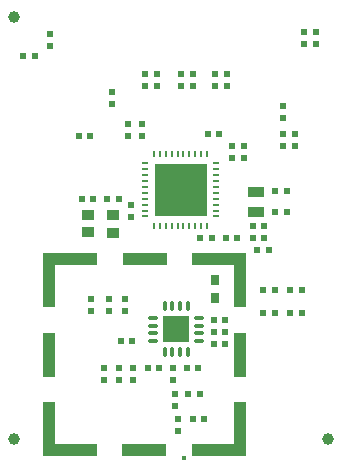
<source format=gtp>
%FSLAX25Y25*%
%MOIN*%
G70*
G01*
G75*
G04 Layer_Color=8421504*
%ADD10R,0.17716X0.17716*%
%ADD11O,0.02559X0.00984*%
%ADD12O,0.00984X0.02559*%
%ADD13R,0.08661X0.08661*%
%ADD14O,0.03150X0.01496*%
%ADD15O,0.01496X0.03150*%
%ADD16R,0.05315X0.03740*%
%ADD17R,0.11811X0.00039*%
%ADD18R,0.01575X0.01575*%
%ADD19R,0.03937X0.14961*%
%ADD20R,0.14961X0.03937*%
%ADD21R,0.17913X0.03937*%
%ADD22R,0.03937X0.17913*%
%ADD23R,0.03937X0.03543*%
%ADD24R,0.03150X0.03543*%
%ADD25R,0.01969X0.02362*%
%ADD26R,0.02362X0.01969*%
%ADD27C,0.03937*%
%ADD28C,0.01969*%
%ADD29C,0.01000*%
%ADD30C,0.03937*%
%ADD31C,0.00787*%
%ADD32C,0.01181*%
G04:AMPARAMS|DCode=33|XSize=18.11mil|YSize=66.44mil|CornerRadius=0mil|HoleSize=0mil|Usage=FLASHONLY|Rotation=214.500|XOffset=0mil|YOffset=0mil|HoleType=Round|Shape=Rectangle|*
%AMROTATEDRECTD33*
4,1,4,-0.01135,0.03251,0.02628,-0.02225,0.01135,-0.03251,-0.02628,0.02225,-0.01135,0.03251,0.0*
%
%ADD33ROTATEDRECTD33*%

%ADD34R,0.01811X0.07992*%
%ADD35R,0.12598X0.05079*%
%ADD36R,0.12598X0.04764*%
%ADD37R,0.08583X0.15590*%
%ADD38R,1.00709X0.04764*%
%ADD39R,0.36142X0.03937*%
%ADD40R,0.19193X0.05079*%
%ADD41R,0.04724X0.03150*%
%ADD42R,0.03937X0.02913*%
%ADD43R,0.35500X0.02000*%
%ADD44C,0.05906*%
%ADD45R,0.05906X0.05906*%
%ADD46R,0.05512X0.05512*%
%ADD47C,0.05512*%
%ADD48C,0.06000*%
%ADD49C,0.02598*%
%ADD50C,0.03150*%
%ADD51C,0.00984*%
D10*
X331500Y357000D02*
D03*
D11*
X343409Y365858D02*
D03*
Y363890D02*
D03*
Y361921D02*
D03*
Y359953D02*
D03*
Y357984D02*
D03*
Y356016D02*
D03*
Y354047D02*
D03*
Y352079D02*
D03*
Y350110D02*
D03*
Y348142D02*
D03*
X319590D02*
D03*
Y350110D02*
D03*
Y352079D02*
D03*
Y354047D02*
D03*
Y356016D02*
D03*
Y357984D02*
D03*
Y359953D02*
D03*
Y361921D02*
D03*
Y363890D02*
D03*
Y365858D02*
D03*
D12*
X340358Y345091D02*
D03*
X338390D02*
D03*
X336421D02*
D03*
X334453D02*
D03*
X332484D02*
D03*
X330516D02*
D03*
X328547D02*
D03*
X326579D02*
D03*
X324610D02*
D03*
X322642D02*
D03*
Y368910D02*
D03*
X324610D02*
D03*
X326579D02*
D03*
X328547D02*
D03*
X330516D02*
D03*
X332484D02*
D03*
X334453D02*
D03*
X336421D02*
D03*
X338390D02*
D03*
X340358D02*
D03*
D13*
X330000Y310500D02*
D03*
D14*
X337677Y314339D02*
D03*
Y311779D02*
D03*
Y309221D02*
D03*
Y306661D02*
D03*
X322323D02*
D03*
Y309221D02*
D03*
Y311779D02*
D03*
Y314339D02*
D03*
D15*
X333839Y302823D02*
D03*
X331279D02*
D03*
X328720D02*
D03*
X326161D02*
D03*
Y318177D02*
D03*
X328720D02*
D03*
X331279D02*
D03*
X333839D02*
D03*
D16*
X356500Y356248D02*
D03*
Y349752D02*
D03*
D17*
X341500Y268500D02*
D03*
D18*
X332500Y267500D02*
D03*
D19*
X351390Y301902D02*
D03*
X287512D02*
D03*
D20*
X319303Y270209D02*
D03*
X319598Y334087D02*
D03*
D21*
X344303Y333988D02*
D03*
X344402Y270209D02*
D03*
X294697Y270209D02*
D03*
X294500Y334087D02*
D03*
D22*
X351390Y327000D02*
D03*
X351390Y277295D02*
D03*
X287610Y277197D02*
D03*
X287512Y327000D02*
D03*
D23*
X300661Y342843D02*
D03*
Y348748D02*
D03*
X308929Y348650D02*
D03*
Y342744D02*
D03*
D24*
X343000Y320949D02*
D03*
Y327051D02*
D03*
D25*
X365500Y375468D02*
D03*
Y371532D02*
D03*
X288000Y408968D02*
D03*
Y405031D02*
D03*
X308500Y385531D02*
D03*
Y389469D02*
D03*
X376500Y409469D02*
D03*
Y405532D02*
D03*
X372500Y405532D02*
D03*
Y409469D02*
D03*
X347000Y395468D02*
D03*
Y391531D02*
D03*
X343000Y391531D02*
D03*
Y395468D02*
D03*
X323500Y395468D02*
D03*
Y391531D02*
D03*
X319500Y391531D02*
D03*
Y395468D02*
D03*
X335500Y395468D02*
D03*
Y391531D02*
D03*
X331500Y391531D02*
D03*
Y395468D02*
D03*
X301500Y320468D02*
D03*
Y316531D02*
D03*
X307500Y320468D02*
D03*
Y316531D02*
D03*
X313000Y320468D02*
D03*
Y316531D02*
D03*
X329500Y288968D02*
D03*
Y285032D02*
D03*
X329000Y297468D02*
D03*
Y293531D02*
D03*
X365500Y384968D02*
D03*
Y381031D02*
D03*
X315000Y348031D02*
D03*
Y351969D02*
D03*
X330500Y280469D02*
D03*
Y276532D02*
D03*
X315500Y293531D02*
D03*
Y297468D02*
D03*
X311000Y293531D02*
D03*
Y297468D02*
D03*
X306000Y293531D02*
D03*
Y297468D02*
D03*
X352500Y367531D02*
D03*
Y371468D02*
D03*
X348500Y367531D02*
D03*
Y371468D02*
D03*
X318500Y375031D02*
D03*
Y378969D02*
D03*
X314000Y375031D02*
D03*
Y378969D02*
D03*
X369500Y375468D02*
D03*
Y371532D02*
D03*
D26*
X279031Y401500D02*
D03*
X282968D02*
D03*
X297532Y375000D02*
D03*
X301468D02*
D03*
X357031Y337000D02*
D03*
X360968D02*
D03*
X362968Y316000D02*
D03*
X359032D02*
D03*
X362968Y323500D02*
D03*
X359032D02*
D03*
X311531Y306500D02*
D03*
X315469D02*
D03*
X371969Y323500D02*
D03*
X368032D02*
D03*
X371969Y316000D02*
D03*
X368032D02*
D03*
X350468Y341000D02*
D03*
X346532D02*
D03*
X324468Y297500D02*
D03*
X320532D02*
D03*
X302468Y354000D02*
D03*
X298532D02*
D03*
X307031Y354000D02*
D03*
X310968D02*
D03*
X344468Y375500D02*
D03*
X340531D02*
D03*
X366968Y356500D02*
D03*
X363032D02*
D03*
X366968Y349500D02*
D03*
X363032D02*
D03*
X339469Y280500D02*
D03*
X335531D02*
D03*
X337968Y289000D02*
D03*
X334032D02*
D03*
X337469Y297500D02*
D03*
X333531D02*
D03*
X346468Y313500D02*
D03*
X342531D02*
D03*
X346468Y309500D02*
D03*
X342531D02*
D03*
X342531Y305500D02*
D03*
X346468D02*
D03*
X355532Y345000D02*
D03*
X359469D02*
D03*
X355532Y341000D02*
D03*
X359469D02*
D03*
X338032D02*
D03*
X341968D02*
D03*
D27*
X276000Y274000D02*
D03*
Y414500D02*
D03*
X380500Y274000D02*
D03*
M02*

</source>
